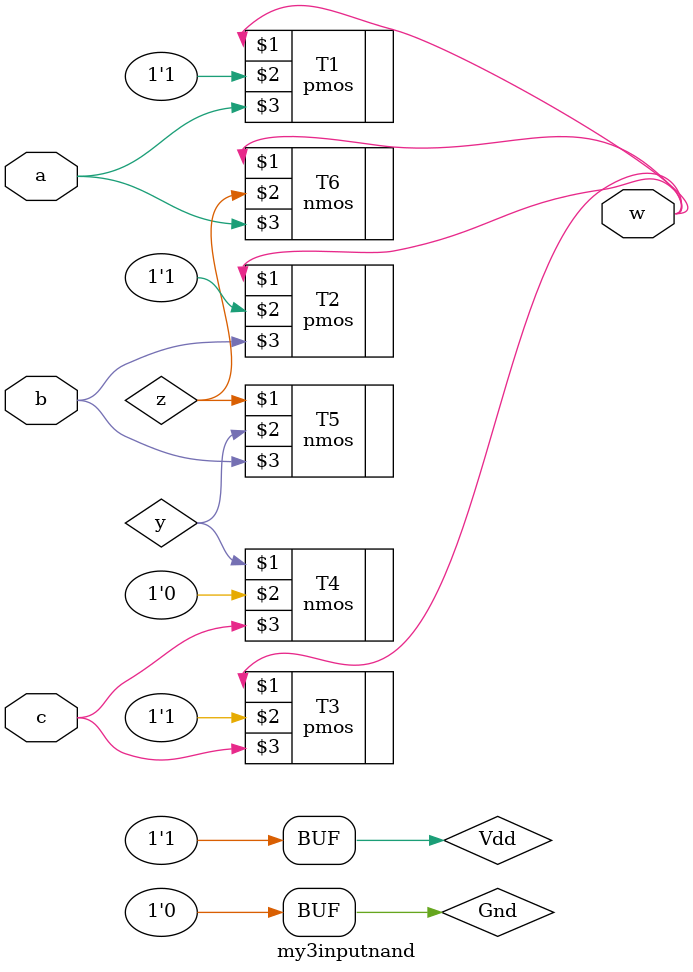
<source format=v>
`timescale 1ns/1ns
module my3inputnand(input a, b, c, output w);
	wire y, z;
	supply1 Vdd;
	supply0 Gnd;
	pmos #(5, 6, 7) T1(w, Vdd, a), T2(w, Vdd, b), T3(w, Vdd, c);
	nmos #(3, 4, 5) T4(y, Gnd, c), T5(z, y, b), T6(w, z, a);
endmodule

</source>
